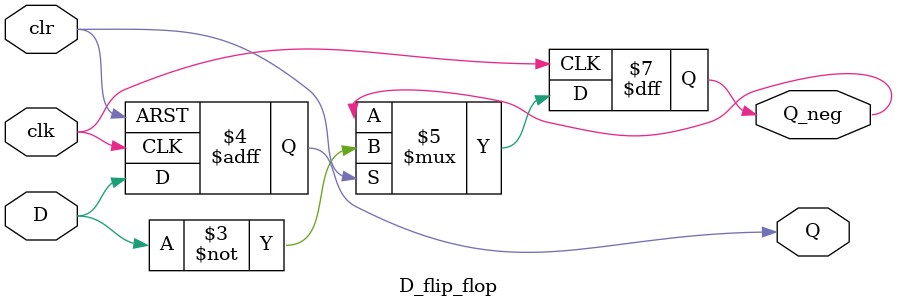
<source format=v>
`timescale 1ns / 1ps


module D_flip_flop(D, clk, clr, Q, Q_neg);
input D; // Data input 
input clk; // clock input 
input clr; // reset
output reg Q, Q_neg; // output Q 
  always @(posedge clk or negedge clr) 
  begin
    if (~clr)
      begin
        Q <= 1'b0;
        Q <= 1'b1;
      end  
    else
      begin
        Q <= D; 
        Q_neg <= ~D;
      end   
  end 
endmodule 


</source>
